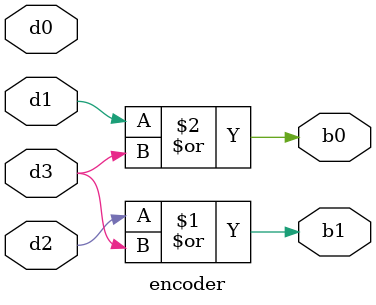
<source format=v>
module encoder(
    d0,
    d1,
    d2,
    d3,
    b1,
    b0
);

// input, output part
input d0;
input d1;
input d2;
input d3;

output b0;
output b1;

// assignment part
assign b1 = d2 | d3;
assign b0 = d1 | d3;

endmodule
</source>
